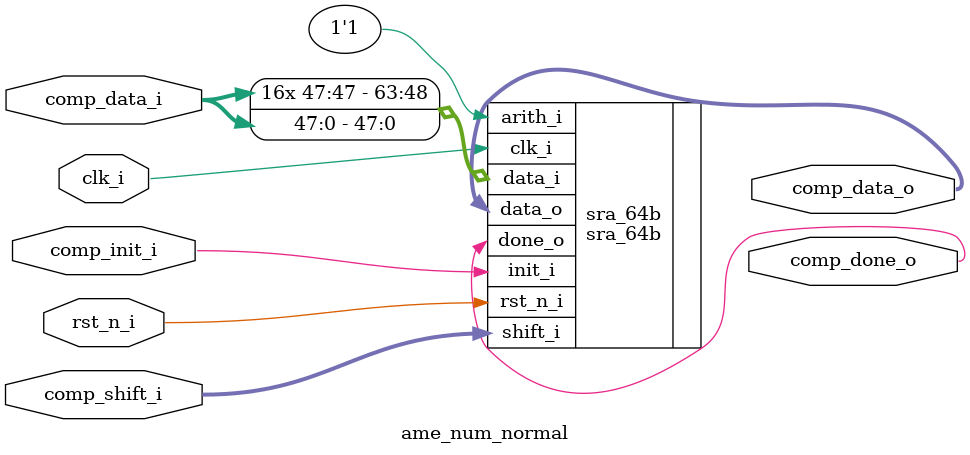
<source format=sv>
/*
 * ame_num_normal.sv
 *
 *  Created on: 2022-08-18 16:40
 *      Author: Jack Chen <redchenjs@live.com>
 */

`timescale 1 ns / 1 ps

module ame_num_normal #(
    parameter COMP_DATA_BITS = 64
) (
    input logic clk_i,
    input logic rst_n_i,

    input  logic comp_init_i,
    output logic comp_done_o,

    input logic [$clog2(COMP_DATA_BITS)-1:0] comp_shift_i,

    // 64-bit Integer Input & Output
    input  logic [COMP_DATA_BITS-1:0] comp_data_i,
    output logic [COMP_DATA_BITS-1:0] comp_data_o
);

sra_64b #(
    .OUT_REG(1'b0)
) sra_64b (
    .clk_i(clk_i),
    .rst_n_i(rst_n_i),

    .init_i(comp_init_i),
    .done_o(comp_done_o),

    .arith_i(1'b1),
    .shift_i(comp_shift_i),

    .data_i({{16{comp_data_i[47]}}, comp_data_i[47:0]}),
    .data_o(comp_data_o)
);

endmodule

</source>
